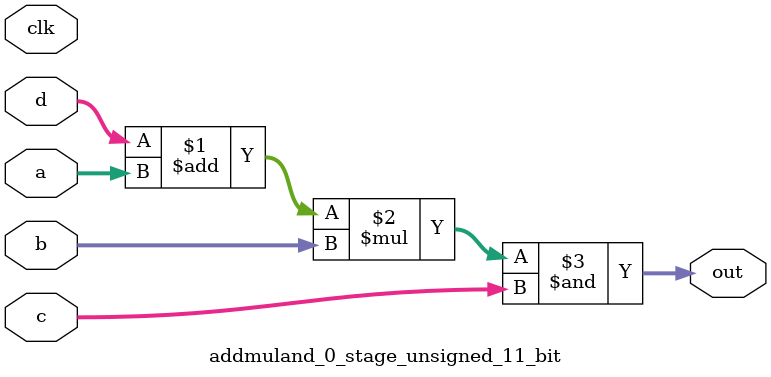
<source format=sv>
(* use_dsp = "yes" *) module addmuland_0_stage_unsigned_11_bit(
	input  [10:0] a,
	input  [10:0] b,
	input  [10:0] c,
	input  [10:0] d,
	output [10:0] out,
	input clk);

	assign out = ((d + a) * b) & c;
endmodule

</source>
